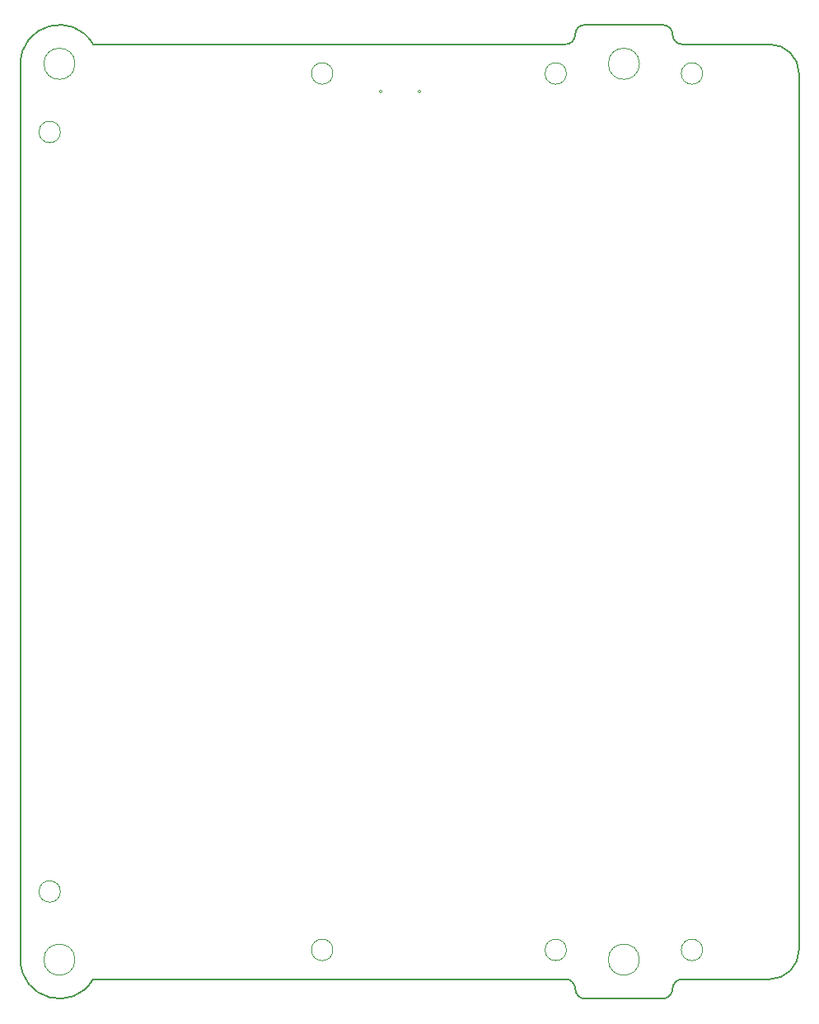
<source format=gbr>
%TF.GenerationSoftware,KiCad,Pcbnew,9.0.3*%
%TF.CreationDate,2025-08-16T08:56:31+03:00*%
%TF.ProjectId,PMCNV-Count6,504d434e-562d-4436-9f75-6e74362e6b69,rev?*%
%TF.SameCoordinates,PX3dfd240PY5f5e100*%
%TF.FileFunction,Profile,NP*%
%FSLAX46Y46*%
G04 Gerber Fmt 4.6, Leading zero omitted, Abs format (unit mm)*
G04 Created by KiCad (PCBNEW 9.0.3) date 2025-08-16 08:56:31*
%MOMM*%
%LPD*%
G01*
G04 APERTURE LIST*
%TA.AperFunction,Profile*%
%ADD10C,0.200000*%
%TD*%
%TA.AperFunction,Profile*%
%ADD11C,0.050000*%
%TD*%
%TA.AperFunction,Profile*%
%ADD12C,0.100000*%
%TD*%
G04 APERTURE END LIST*
D10*
X27000000Y-49000000D02*
G75*
G02*
X26000000Y-50000000I-1000000J0D01*
G01*
X26000000Y50000000D02*
X18000000Y50000000D01*
X-32535899Y48000000D02*
X16000000Y48000000D01*
X-32535899Y-48000000D02*
G75*
G02*
X-39999999Y-46000000I-3464101J2000000D01*
G01*
X17000000Y49000000D02*
G75*
G02*
X16000000Y48000000I-1000000J0D01*
G01*
X16000000Y-48000000D02*
X-32535899Y-48000000D01*
X26000000Y50000000D02*
G75*
G02*
X27000000Y49000000I0J-1000000D01*
G01*
X28000000Y48000000D02*
X37000000Y48000000D01*
X28000000Y-48000000D02*
X37000000Y-48000000D01*
X-39999999Y46000000D02*
G75*
G02*
X-32535899Y48000000I3999999J0D01*
G01*
X37000000Y48000000D02*
G75*
G02*
X40000000Y45000000I0J-3000000D01*
G01*
X40000000Y45000000D02*
X40000000Y-45000000D01*
X40000000Y-45000000D02*
G75*
G02*
X37000000Y-48000000I-3000000J0D01*
G01*
X18000000Y-50000000D02*
X26000000Y-50000000D01*
X-40000000Y-46000000D02*
X-40000000Y46000000D01*
X16000000Y-48000000D02*
G75*
G02*
X17000000Y-49000000I0J-1000000D01*
G01*
X17000000Y49000000D02*
G75*
G02*
X18000000Y50000000I1000000J0D01*
G01*
X28000000Y48000000D02*
G75*
G02*
X27000000Y49000000I0J1000000D01*
G01*
X18000000Y-50000000D02*
G75*
G02*
X17000000Y-49000000I0J1000000D01*
G01*
X27000000Y-49000000D02*
G75*
G02*
X28000000Y-48000000I1000000J0D01*
G01*
D11*
%TO.C,U1*%
X-35900000Y39000000D02*
G75*
G02*
X-38100000Y39000000I-1100000J0D01*
G01*
X-38100000Y39000000D02*
G75*
G02*
X-35900000Y39000000I1100000J0D01*
G01*
X-35900000Y-39000000D02*
G75*
G02*
X-38100000Y-39000000I-1100000J0D01*
G01*
X-38100000Y-39000000D02*
G75*
G02*
X-35900000Y-39000000I1100000J0D01*
G01*
X-7900000Y45000000D02*
G75*
G02*
X-10100000Y45000000I-1100000J0D01*
G01*
X-10100000Y45000000D02*
G75*
G02*
X-7900000Y45000000I1100000J0D01*
G01*
X-7900000Y-45000000D02*
G75*
G02*
X-10100000Y-45000000I-1100000J0D01*
G01*
X-10100000Y-45000000D02*
G75*
G02*
X-7900000Y-45000000I1100000J0D01*
G01*
%TO.C,H7*%
X23600000Y-46000000D02*
G75*
G02*
X20400000Y-46000000I-1600000J0D01*
G01*
X20400000Y-46000000D02*
G75*
G02*
X23600000Y-46000000I1600000J0D01*
G01*
%TO.C,SP1*%
X16100000Y45000000D02*
G75*
G02*
X13900000Y45000000I-1100000J0D01*
G01*
X13900000Y45000000D02*
G75*
G02*
X16100000Y45000000I1100000J0D01*
G01*
X16100000Y-45000000D02*
G75*
G02*
X13900000Y-45000000I-1100000J0D01*
G01*
X13900000Y-45000000D02*
G75*
G02*
X16100000Y-45000000I1100000J0D01*
G01*
X30100000Y45000000D02*
G75*
G02*
X27900000Y45000000I-1100000J0D01*
G01*
X27900000Y45000000D02*
G75*
G02*
X30100000Y45000000I1100000J0D01*
G01*
X30100000Y-45000000D02*
G75*
G02*
X27900000Y-45000000I-1100000J0D01*
G01*
X27900000Y-45000000D02*
G75*
G02*
X30100000Y-45000000I1100000J0D01*
G01*
%TO.C,H4*%
X23600000Y46000000D02*
G75*
G02*
X20400000Y46000000I-1600000J0D01*
G01*
X20400000Y46000000D02*
G75*
G02*
X23600000Y46000000I1600000J0D01*
G01*
%TO.C,H5*%
X-34400000Y46000000D02*
G75*
G02*
X-37600000Y46000000I-1600000J0D01*
G01*
X-37600000Y46000000D02*
G75*
G02*
X-34400000Y46000000I1600000J0D01*
G01*
D12*
%TO.C,J1*%
X-2830000Y43152158D02*
G75*
G02*
X-3170000Y43152158I-170000J0D01*
G01*
X-3170000Y43152158D02*
G75*
G02*
X-2830000Y43152158I170000J0D01*
G01*
X1170000Y43152158D02*
G75*
G02*
X830000Y43152158I-170000J0D01*
G01*
X830000Y43152158D02*
G75*
G02*
X1170000Y43152158I170000J0D01*
G01*
D11*
%TO.C,H6*%
X-34400000Y-46000000D02*
G75*
G02*
X-37600000Y-46000000I-1600000J0D01*
G01*
X-37600000Y-46000000D02*
G75*
G02*
X-34400000Y-46000000I1600000J0D01*
G01*
%TD*%
M02*

</source>
